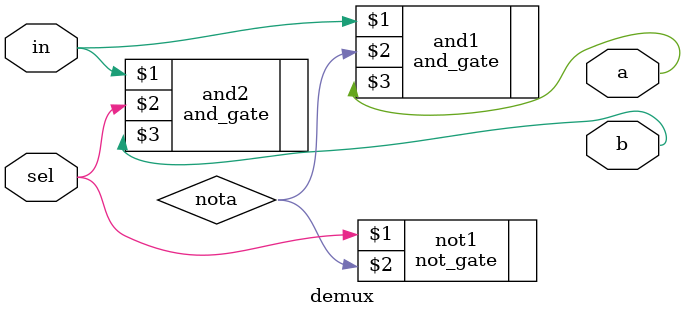
<source format=v>
module demux(in, sel, a, b);
    input in, sel;
    output a, b;

    wire nota;

    not_gate not1(sel, nota);
    and_gate and1(in, nota, a);
    and_gate and2(in, sel, b);
endmodule

</source>
